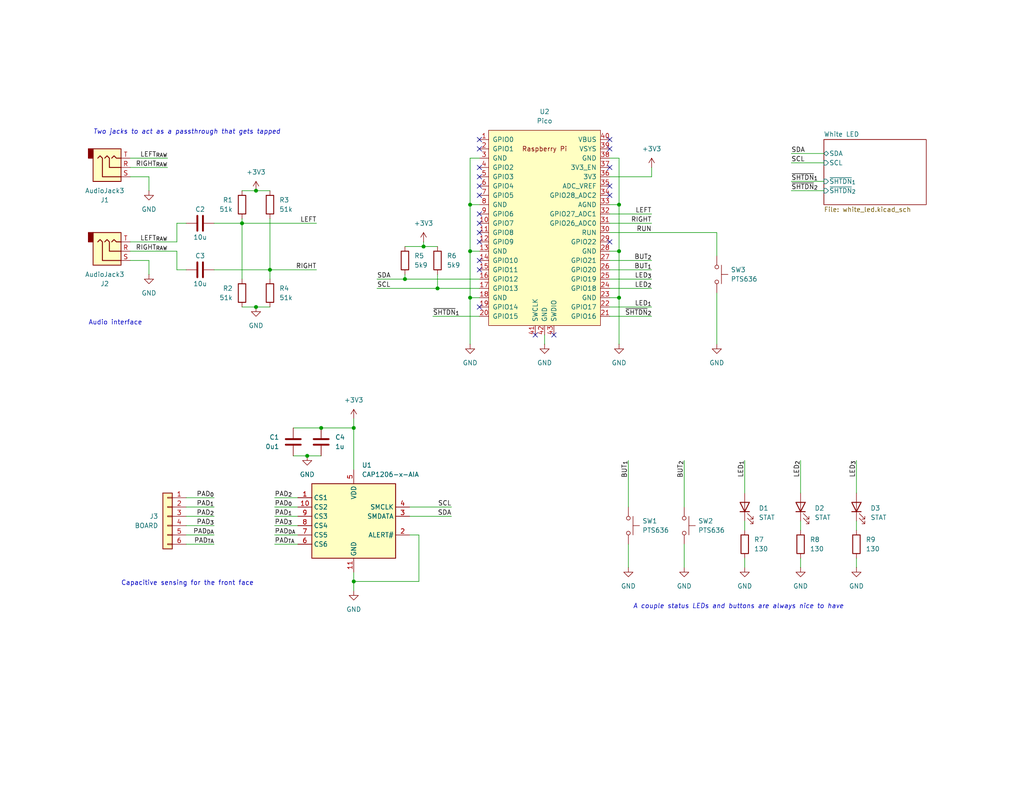
<source format=kicad_sch>
(kicad_sch (version 20231120) (generator "eeschema") (generator_version "8.0")
  (paper "USLetter")
  (title_block (title "DATA Loading") (date "2024-02-19") (rev "0.3") (company "Savo Bajic"))
  (lib_symbols
    (symbol "Connector_Audio:AudioJack3"
      (property "Reference" "J" (at 0 8.89 0))
      (property "Value" "AudioJack3" (at 0 6.35 0))
      (symbol "AudioJack3_0_1"
        (rectangle (start -5.08 -5.08) (end -6.35 -2.54) (stroke (width 0.254)) (fill (type outline)))
        (polyline (pts (xy 0 -2.54) (xy 0.635 -3.175) (xy 1.27 -2.54) (xy 2.54 -2.54)) (stroke (width 0.254)))
        (polyline (pts (xy -1.905 -2.54) (xy -1.27 -3.175) (xy -0.635 -2.54) (xy -0.635 0) (xy 2.54 0)) (stroke (width 0.254)))
        (polyline (pts (xy 2.54 2.54) (xy -2.54 2.54) (xy -2.54 -2.54) (xy -3.175 -3.175) (xy -3.81 -2.54)) (stroke (width 0.254)))
        (rectangle (start 2.54 3.81) (end -5.08 -5.08) (stroke (width 0.254)) (fill (type background)))
      )
      (symbol "AudioJack3_1_1"
        (pin passive line (at 5.08 0 180) (length 2.54) (name "~") (number "R"))
        (pin passive line (at 5.08 2.54 180) (length 2.54) (name "~") (number "S"))
        (pin passive line (at 5.08 -2.54 180) (length 2.54) (name "~") (number "T"))
      )
    )
    (symbol "Connector_Generic:Conn_01x06" (pin_names (offset 1.016) hide)
      (property "Reference" "J" (at 0 7.62 0))
      (property "Value" "Conn_01x06" (at 0 -10.16 0))
      (symbol "Conn_01x06_1_1"
        (rectangle (start -1.27 -7.493) (end 0 -7.747) (stroke (width 0.1524)))
        (rectangle (start -1.27 -4.953) (end 0 -5.207) (stroke (width 0.1524)))
        (rectangle (start -1.27 -2.413) (end 0 -2.667) (stroke (width 0.1524)))
        (rectangle (start -1.27 0.127) (end 0 -0.127) (stroke (width 0.1524)))
        (rectangle (start -1.27 2.667) (end 0 2.413) (stroke (width 0.1524)))
        (rectangle (start -1.27 5.207) (end 0 4.953) (stroke (width 0.1524)))
        (rectangle (start -1.27 6.35) (end 1.27 -8.89) (stroke (width 0.254)) (fill (type background)))
        (pin passive line (at -5.08 5.08 0) (length 3.81) (name "Pin_1") (number "1"))
        (pin passive line (at -5.08 2.54 0) (length 3.81) (name "Pin_2") (number "2"))
        (pin passive line (at -5.08 0 0) (length 3.81) (name "Pin_3") (number "3"))
        (pin passive line (at -5.08 -2.54 0) (length 3.81) (name "Pin_4") (number "4"))
        (pin passive line (at -5.08 -5.08 0) (length 3.81) (name "Pin_5") (number "5"))
        (pin passive line (at -5.08 -7.62 0) (length 3.81) (name "Pin_6") (number "6"))
      )
    )
    (symbol "Device:C" (pin_numbers hide) (pin_names (offset 0.254))
      (property "Reference" "C" (at 0.635 2.54 0))
      (property "Value" "C" (at 0.635 -2.54 0))
      (symbol "C_0_1"
        (polyline (pts (xy -2.032 -0.762) (xy 2.032 -0.762)) (stroke (width 0.508)))
        (polyline (pts (xy -2.032 0.762) (xy 2.032 0.762)) (stroke (width 0.508)))
      )
      (symbol "C_1_1"
        (pin passive line (at 0 3.81 270) (length 2.794) (name "~") (number "1"))
        (pin passive line (at 0 -3.81 90) (length 2.794) (name "~") (number "2"))
      )
    )
    (symbol "Device:LED" (pin_numbers hide) (pin_names (offset 1.016) hide)
      (property "Reference" "D" (at 0 2.54 0))
      (property "Value" "LED" (at 0 -2.54 0))
      (symbol "LED_0_1"
        (polyline (pts (xy -1.27 -1.27) (xy -1.27 1.27)) (stroke (width 0.254)))
        (polyline (pts (xy -1.27 0) (xy 1.27 0)))
        (polyline (pts (xy 1.27 -1.27) (xy 1.27 1.27) (xy -1.27 0) (xy 1.27 -1.27)) (stroke (width 0.254)))
        (polyline (pts (xy -3.048 -0.762) (xy -4.572 -2.286) (xy -3.81 -2.286) (xy -4.572 -2.286) (xy -4.572 -1.524)))
        (polyline (pts (xy -1.778 -0.762) (xy -3.302 -2.286) (xy -2.54 -2.286) (xy -3.302 -2.286) (xy -3.302 -1.524)))
      )
      (symbol "LED_1_1"
        (pin passive line (at -3.81 0 0) (length 2.54) (name "K") (number "1"))
        (pin passive line (at 3.81 0 180) (length 2.54) (name "A") (number "2"))
      )
    )
    (symbol "Device:R" (pin_numbers hide) (pin_names (offset 0))
      (property "Reference" "R" (at 2.032 0 90))
      (property "Value" "R" (at 0 0 90))
      (symbol "R_0_1"
        (rectangle (start -1.016 -2.54) (end 1.016 2.54) (stroke (width 0.254)))
      )
      (symbol "R_1_1"
        (pin passive line (at 0 3.81 270) (length 1.27) (name "~") (number "1"))
        (pin passive line (at 0 -3.81 90) (length 1.27) (name "~") (number "2"))
      )
    )
    (symbol "RPi_Pico:Pico" (pin_names (offset 1.016))
      (property "Reference" "U" (at -13.97 27.94 0))
      (property "Value" "Pico" (at 0 19.05 0))
      (symbol "Pico_0_0"
        (text "Raspberry Pi" (at 0 21.59 0) (effects (font (size 1.27 1.27))))
      )
      (symbol "Pico_0_1"
        (rectangle (start -15.24 26.67) (end 15.24 -26.67) (fill (type background)))
      )
      (symbol "Pico_1_1"
        (pin bidirectional line (at -17.78 24.13 0) (length 2.54) (name "GPIO0") (number "1"))
        (pin bidirectional line (at -17.78 1.27 0) (length 2.54) (name "GPIO7") (number "10"))
        (pin bidirectional line (at -17.78 -1.27 0) (length 2.54) (name "GPIO8") (number "11"))
        (pin bidirectional line (at -17.78 -3.81 0) (length 2.54) (name "GPIO9") (number "12"))
        (pin power_in line (at -17.78 -6.35 0) (length 2.54) (name "GND") (number "13"))
        (pin bidirectional line (at -17.78 -8.89 0) (length 2.54) (name "GPIO10") (number "14"))
        (pin bidirectional line (at -17.78 -11.43 0) (length 2.54) (name "GPIO11") (number "15"))
        (pin bidirectional line (at -17.78 -13.97 0) (length 2.54) (name "GPIO12") (number "16"))
        (pin bidirectional line (at -17.78 -16.51 0) (length 2.54) (name "GPIO13") (number "17"))
        (pin power_in line (at -17.78 -19.05 0) (length 2.54) (name "GND") (number "18"))
        (pin bidirectional line (at -17.78 -21.59 0) (length 2.54) (name "GPIO14") (number "19"))
        (pin bidirectional line (at -17.78 21.59 0) (length 2.54) (name "GPIO1") (number "2"))
        (pin bidirectional line (at -17.78 -24.13 0) (length 2.54) (name "GPIO15") (number "20"))
        (pin bidirectional line (at 17.78 -24.13 180) (length 2.54) (name "GPIO16") (number "21"))
        (pin bidirectional line (at 17.78 -21.59 180) (length 2.54) (name "GPIO17") (number "22"))
        (pin power_in line (at 17.78 -19.05 180) (length 2.54) (name "GND") (number "23"))
        (pin bidirectional line (at 17.78 -16.51 180) (length 2.54) (name "GPIO18") (number "24"))
        (pin bidirectional line (at 17.78 -13.97 180) (length 2.54) (name "GPIO19") (number "25"))
        (pin bidirectional line (at 17.78 -11.43 180) (length 2.54) (name "GPIO20") (number "26"))
        (pin bidirectional line (at 17.78 -8.89 180) (length 2.54) (name "GPIO21") (number "27"))
        (pin power_in line (at 17.78 -6.35 180) (length 2.54) (name "GND") (number "28"))
        (pin bidirectional line (at 17.78 -3.81 180) (length 2.54) (name "GPIO22") (number "29"))
        (pin power_in line (at -17.78 19.05 0) (length 2.54) (name "GND") (number "3"))
        (pin input line (at 17.78 -1.27 180) (length 2.54) (name "RUN") (number "30"))
        (pin bidirectional line (at 17.78 1.27 180) (length 2.54) (name "GPIO26_ADC0") (number "31"))
        (pin bidirectional line (at 17.78 3.81 180) (length 2.54) (name "GPIO27_ADC1") (number "32"))
        (pin power_in line (at 17.78 6.35 180) (length 2.54) (name "AGND") (number "33"))
        (pin bidirectional line (at 17.78 8.89 180) (length 2.54) (name "GPIO28_ADC2") (number "34"))
        (pin unspecified line (at 17.78 11.43 180) (length 2.54) (name "ADC_VREF") (number "35"))
        (pin unspecified line (at 17.78 13.97 180) (length 2.54) (name "3V3") (number "36"))
        (pin input line (at 17.78 16.51 180) (length 2.54) (name "3V3_EN") (number "37"))
        (pin bidirectional line (at 17.78 19.05 180) (length 2.54) (name "GND") (number "38"))
        (pin unspecified line (at 17.78 21.59 180) (length 2.54) (name "VSYS") (number "39"))
        (pin bidirectional line (at -17.78 16.51 0) (length 2.54) (name "GPIO2") (number "4"))
        (pin unspecified line (at 17.78 24.13 180) (length 2.54) (name "VBUS") (number "40"))
        (pin input line (at -2.54 -29.21 90) (length 2.54) (name "SWCLK") (number "41"))
        (pin power_in line (at 0 -29.21 90) (length 2.54) (name "GND") (number "42"))
        (pin bidirectional line (at 2.54 -29.21 90) (length 2.54) (name "SWDIO") (number "43"))
        (pin bidirectional line (at -17.78 13.97 0) (length 2.54) (name "GPIO3") (number "5"))
        (pin bidirectional line (at -17.78 11.43 0) (length 2.54) (name "GPIO4") (number "6"))
        (pin bidirectional line (at -17.78 8.89 0) (length 2.54) (name "GPIO5") (number "7"))
        (pin power_in line (at -17.78 6.35 0) (length 2.54) (name "GND") (number "8"))
        (pin bidirectional line (at -17.78 3.81 0) (length 2.54) (name "GPIO6") (number "9"))
      )
    )
    (symbol "Sensor_Touch:CAP1206-x-AIA"
      (property "Reference" "U" (at -10.16 12.7 0))
      (property "Value" "CAP1206-x-AIA" (at 8.89 12.7 0))
      (symbol "CAP1206-x-AIA_0_1"
        (rectangle (start -11.43 11.43) (end 11.43 -8.89) (stroke (width 0.254)) (fill (type background)))
      )
      (symbol "CAP1206-x-AIA_1_1"
        (pin passive line (at -15.24 7.62 0) (length 3.81) (name "CS1") (number "1"))
        (pin passive line (at -15.24 5.08 0) (length 3.81) (name "CS2") (number "10"))
        (pin power_in line (at 0 -12.7 90) (length 3.81) (name "GND") (number "11"))
        (pin open_collector line (at 15.24 -2.54 180) (length 3.81) (name "ALERT#") (number "2"))
        (pin bidirectional line (at 15.24 2.54 180) (length 3.81) (name "SMDATA") (number "3"))
        (pin input line (at 15.24 5.08 180) (length 3.81) (name "SMCLK") (number "4"))
        (pin power_in line (at 0 15.24 270) (length 3.81) (name "VDD") (number "5"))
        (pin passive line (at -15.24 -5.08 0) (length 3.81) (name "CS6") (number "6"))
        (pin passive line (at -15.24 -2.54 0) (length 3.81) (name "CS5") (number "7"))
        (pin passive line (at -15.24 0 0) (length 3.81) (name "CS4") (number "8"))
        (pin passive line (at -15.24 2.54 0) (length 3.81) (name "CS3") (number "9"))
      )
    )
    (symbol "Switch:SW_Push" (pin_numbers hide) (pin_names (offset 1.016) hide)
      (property "Reference" "SW" (at 1.27 2.54 0))
      (property "Value" "SW_Push" (at 0 -1.524 0))
      (symbol "SW_Push_0_1"
        (circle (center -2.032 0) (radius 0.508))
        (polyline (pts (xy 0 1.27) (xy 0 3.048)))
        (polyline (pts (xy 2.54 1.27) (xy -2.54 1.27)))
        (circle (center 2.032 0) (radius 0.508))
        (pin passive line (at -5.08 0 0) (length 2.54) (name "1") (number "1"))
        (pin passive line (at 5.08 0 180) (length 2.54) (name "2") (number "2"))
      )
    )
    (symbol "power:+3V3" (power) (pin_numbers hide) (pin_names (offset 0) hide)
      (property "Value" "+3V3" (at 0 3.556 0))
      (symbol "+3V3_0_1"
        (polyline (pts (xy -0.762 1.27) (xy 0 2.54)))
        (polyline (pts (xy 0 0) (xy 0 2.54)))
        (polyline (pts (xy 0 2.54) (xy 0.762 1.27)))
      )
      (symbol "+3V3_1_1"
        (pin power_in line (at 0 0 90) (length 0) (name "~") (number "1"))
      )
    )
    (symbol "power:GND" (power) (pin_numbers hide) (pin_names (offset 0) hide)
      (property "Value" "GND" (at 0 -3.81 0))
      (symbol "GND_0_1"
        (polyline (pts (xy 0 0) (xy 0 -1.27) (xy 1.27 -1.27) (xy 0 -2.54) (xy -1.27 -1.27) (xy 0 -1.27)))
      )
      (symbol "GND_1_1"
        (pin power_in line (at 0 0 270) (length 0) (name "~") (number "1"))
      )
    )
  )
  (junction (at 168.91 68.58))
  (junction (at 128.27 55.88))
  (junction (at 96.52 116.84))
  (junction (at 66.04 60.96))
  (junction (at 115.57 67.31))
  (junction (at 128.27 68.58))
  (junction (at 168.91 55.88))
  (junction (at 110.49 76.2))
  (junction (at 128.27 81.28))
  (junction (at 96.52 158.75))
  (junction (at 168.91 81.28))
  (junction (at 73.66 73.66))
  (junction (at 69.85 83.82))
  (junction (at 69.85 52.07))
  (junction (at 87.63 116.84))
  (junction (at 119.38 78.74))
  (junction (at 83.82 124.46))
  (no_connect (at 166.37 53.34))
  (no_connect (at 130.81 48.26))
  (no_connect (at 130.81 63.5))
  (no_connect (at 166.37 38.1))
  (no_connect (at 130.81 53.34))
  (no_connect (at 130.81 73.66))
  (no_connect (at 166.37 40.64))
  (no_connect (at 151.13 91.44))
  (no_connect (at 130.81 58.42))
  (no_connect (at 130.81 40.64))
  (no_connect (at 130.81 60.96))
  (no_connect (at 166.37 50.8))
  (no_connect (at 130.81 71.12))
  (no_connect (at 166.37 45.72))
  (no_connect (at 146.05 91.44))
  (no_connect (at 130.81 50.8))
  (no_connect (at 130.81 38.1))
  (no_connect (at 130.81 45.72))
  (no_connect (at 130.81 66.04))
  (no_connect (at 130.81 83.82))
  (no_connect (at 166.37 66.04))
  (wire (pts (xy 114.3 146.05) (xy 111.76 146.05)))
  (wire (pts (xy 203.2 152.4) (xy 203.2 154.94)))
  (wire (pts (xy 69.85 52.07) (xy 73.66 52.07)))
  (wire (pts (xy 35.56 71.12) (xy 40.64 71.12)))
  (wire (pts (xy 58.42 73.66) (xy 73.66 73.66)))
  (wire (pts (xy 40.64 52.07) (xy 40.64 48.26)))
  (wire (pts (xy 115.57 66.04) (xy 115.57 67.31)))
  (wire (pts (xy 233.68 142.24) (xy 233.68 144.78)))
  (wire (pts (xy 215.9 52.07) (xy 224.79 52.07)))
  (wire (pts (xy 168.91 68.58) (xy 168.91 81.28)))
  (wire (pts (xy 69.85 83.82) (xy 73.66 83.82)))
  (wire (pts (xy 58.42 60.96) (xy 66.04 60.96)))
  (wire (pts (xy 218.44 125.73) (xy 218.44 134.62)))
  (wire (pts (xy 73.66 73.66) (xy 86.36 73.66)))
  (wire (pts (xy 128.27 81.28) (xy 130.81 81.28)))
  (wire (pts (xy 218.44 142.24) (xy 218.44 144.78)))
  (wire (pts (xy 203.2 142.24) (xy 203.2 144.78)))
  (wire (pts (xy 48.26 73.66) (xy 50.8 73.66)))
  (wire (pts (xy 166.37 68.58) (xy 168.91 68.58)))
  (wire (pts (xy 48.26 60.96) (xy 48.26 66.04)))
  (wire (pts (xy 166.37 76.2) (xy 177.8 76.2)))
  (wire (pts (xy 215.9 49.53) (xy 224.79 49.53)))
  (wire (pts (xy 74.93 140.97) (xy 81.28 140.97)))
  (wire (pts (xy 73.66 73.66) (xy 73.66 76.2)))
  (wire (pts (xy 40.64 74.93) (xy 40.64 71.12)))
  (wire (pts (xy 114.3 158.75) (xy 114.3 146.05)))
  (wire (pts (xy 87.63 116.84) (xy 96.52 116.84)))
  (wire (pts (xy 128.27 55.88) (xy 130.81 55.88)))
  (wire (pts (xy 118.11 86.36) (xy 130.81 86.36)))
  (wire (pts (xy 177.8 45.72) (xy 177.8 48.26)))
  (wire (pts (xy 96.52 158.75) (xy 96.52 161.29)))
  (wire (pts (xy 110.49 74.93) (xy 110.49 76.2)))
  (wire (pts (xy 233.68 125.73) (xy 233.68 134.62)))
  (wire (pts (xy 80.01 124.46) (xy 83.82 124.46)))
  (wire (pts (xy 111.76 140.97) (xy 123.19 140.97)))
  (wire (pts (xy 166.37 78.74) (xy 177.8 78.74)))
  (wire (pts (xy 66.04 60.96) (xy 66.04 59.69)))
  (wire (pts (xy 35.56 48.26) (xy 40.64 48.26)))
  (wire (pts (xy 50.8 143.51) (xy 58.42 143.51)))
  (wire (pts (xy 166.37 55.88) (xy 168.91 55.88)))
  (wire (pts (xy 166.37 86.36) (xy 177.8 86.36)))
  (wire (pts (xy 195.58 93.98) (xy 195.58 80.01)))
  (wire (pts (xy 171.45 148.59) (xy 171.45 154.94)))
  (wire (pts (xy 96.52 114.3) (xy 96.52 116.84)))
  (wire (pts (xy 186.69 148.59) (xy 186.69 154.94)))
  (wire (pts (xy 115.57 67.31) (xy 119.38 67.31)))
  (wire (pts (xy 128.27 55.88) (xy 128.27 43.18)))
  (wire (pts (xy 74.93 135.89) (xy 81.28 135.89)))
  (wire (pts (xy 166.37 63.5) (xy 195.58 63.5)))
  (wire (pts (xy 83.82 124.46) (xy 87.63 124.46)))
  (wire (pts (xy 96.52 116.84) (xy 96.52 128.27)))
  (wire (pts (xy 69.85 52.07) (xy 66.04 52.07)))
  (wire (pts (xy 66.04 60.96) (xy 66.04 76.2)))
  (wire (pts (xy 218.44 152.4) (xy 218.44 154.94)))
  (wire (pts (xy 69.85 83.82) (xy 66.04 83.82)))
  (wire (pts (xy 50.8 146.05) (xy 58.42 146.05)))
  (wire (pts (xy 148.59 91.44) (xy 148.59 93.98)))
  (wire (pts (xy 74.93 143.51) (xy 81.28 143.51)))
  (wire (pts (xy 80.01 116.84) (xy 87.63 116.84)))
  (wire (pts (xy 166.37 71.12) (xy 177.8 71.12)))
  (wire (pts (xy 50.8 60.96) (xy 48.26 60.96)))
  (wire (pts (xy 110.49 67.31) (xy 115.57 67.31)))
  (wire (pts (xy 50.8 148.59) (xy 58.42 148.59)))
  (wire (pts (xy 168.91 43.18) (xy 168.91 55.88)))
  (wire (pts (xy 119.38 74.93) (xy 119.38 78.74)))
  (wire (pts (xy 35.56 66.04) (xy 48.26 66.04)))
  (wire (pts (xy 35.56 68.58) (xy 48.26 68.58)))
  (wire (pts (xy 195.58 63.5) (xy 195.58 69.85)))
  (wire (pts (xy 166.37 81.28) (xy 168.91 81.28)))
  (wire (pts (xy 186.69 125.73) (xy 186.69 138.43)))
  (wire (pts (xy 177.8 48.26) (xy 166.37 48.26)))
  (wire (pts (xy 171.45 125.73) (xy 171.45 138.43)))
  (wire (pts (xy 128.27 68.58) (xy 130.81 68.58)))
  (wire (pts (xy 168.91 55.88) (xy 168.91 68.58)))
  (wire (pts (xy 96.52 158.75) (xy 96.52 156.21)))
  (wire (pts (xy 119.38 78.74) (xy 130.81 78.74)))
  (wire (pts (xy 74.93 146.05) (xy 81.28 146.05)))
  (wire (pts (xy 74.93 138.43) (xy 81.28 138.43)))
  (wire (pts (xy 166.37 83.82) (xy 177.8 83.82)))
  (wire (pts (xy 50.8 138.43) (xy 58.42 138.43)))
  (wire (pts (xy 73.66 73.66) (xy 73.66 59.69)))
  (wire (pts (xy 74.93 148.59) (xy 81.28 148.59)))
  (wire (pts (xy 203.2 125.73) (xy 203.2 134.62)))
  (wire (pts (xy 215.9 41.91) (xy 224.79 41.91)))
  (wire (pts (xy 102.87 76.2) (xy 110.49 76.2)))
  (wire (pts (xy 233.68 152.4) (xy 233.68 154.94)))
  (wire (pts (xy 168.91 81.28) (xy 168.91 93.98)))
  (wire (pts (xy 50.8 140.97) (xy 58.42 140.97)))
  (wire (pts (xy 166.37 60.96) (xy 177.8 60.96)))
  (wire (pts (xy 35.56 43.18) (xy 45.72 43.18)))
  (wire (pts (xy 128.27 81.28) (xy 128.27 68.58)))
  (wire (pts (xy 102.87 78.74) (xy 119.38 78.74)))
  (wire (pts (xy 166.37 58.42) (xy 177.8 58.42)))
  (wire (pts (xy 128.27 68.58) (xy 128.27 55.88)))
  (wire (pts (xy 50.8 135.89) (xy 58.42 135.89)))
  (wire (pts (xy 66.04 60.96) (xy 86.36 60.96)))
  (wire (pts (xy 111.76 138.43) (xy 123.19 138.43)))
  (wire (pts (xy 128.27 43.18) (xy 130.81 43.18)))
  (wire (pts (xy 128.27 93.98) (xy 128.27 81.28)))
  (wire (pts (xy 96.52 158.75) (xy 114.3 158.75)))
  (wire (pts (xy 110.49 76.2) (xy 130.81 76.2)))
  (wire (pts (xy 48.26 68.58) (xy 48.26 73.66)))
  (wire (pts (xy 35.56 45.72) (xy 45.72 45.72)))
  (wire (pts (xy 166.37 73.66) (xy 177.8 73.66)))
  (wire (pts (xy 215.9 44.45) (xy 224.79 44.45)))
  (wire (pts (xy 166.37 43.18) (xy 168.91 43.18)))
  (text "A couple status LEDs and buttons are always nice to have" (at 172.72 166.37 0) (effects (font (size 1.27 1.27) (italic yes)) (justify left bottom)))
  (text "Two jacks to act as a passthrough that gets tapped" (at 25.4 36.83 0) (effects (font (size 1.27 1.27) (italic yes)) (justify left bottom)))
  (text "Audio interface" (at 24.13 88.9 0) (effects (font (size 1.27 1.27)) (justify left bottom)))
  (text "Capacitive sensing for the front face" (at 33.02 160.02 0) (effects (font (size 1.27 1.27)) (justify left bottom)))
  (label "PAD_{0}" (at 74.93 138.43 0))
  (label "LEFT_{RAW}" (at 45.72 43.18 180))
  (label "PAD_{0}" (at 58.42 135.89 180))
  (label "LED_{3}" (at 233.68 125.73 270))
  (label "SDA" (at 215.9 41.91 0))
  (label "PAD_{1}" (at 58.42 138.43 180))
  (label "PAD_{TA}" (at 74.93 148.59 0))
  (label "LEFT" (at 86.36 60.96 180))
  (label "BUT_{2}" (at 186.69 125.73 270))
  (label "PAD_{3}" (at 74.93 143.51 0))
  (label "RIGHT" (at 177.8 60.96 180))
  (label "LED_{1}" (at 177.8 83.82 180))
  (label "RIGHT_{RAW}" (at 45.72 68.58 180))
  (label "~{SHTDN}_{2}" (at 177.8 86.36 180))
  (label "LEFT" (at 177.8 58.42 180))
  (label "SCL" (at 102.87 78.74 0))
  (label "~{SHTDN}_{1}" (at 118.11 86.36 0))
  (label "LED_{2}" (at 218.44 125.73 270))
  (label "RIGHT_{RAW}" (at 45.72 45.72 180))
  (label "LED_{2}" (at 177.8 78.74 180))
  (label "PAD_{3}" (at 58.42 143.51 180))
  (label "~{SHTDN}_{1}" (at 215.9 49.53 0))
  (label "SCL" (at 215.9 44.45 0))
  (label "~{SHTDN}_{2}" (at 215.9 52.07 0))
  (label "SDA" (at 102.87 76.2 0))
  (label "BUT_{1}" (at 177.8 73.66 180))
  (label "RUN" (at 177.8 63.5 180))
  (label "BUT_{1}" (at 171.45 125.73 270))
  (label "PAD_{TA}" (at 58.42 148.59 180))
  (label "PAD_{2}" (at 74.93 135.89 0))
  (label "RIGHT" (at 86.36 73.66 180))
  (label "SDA" (at 123.19 140.97 180))
  (label "LEFT_{RAW}" (at 45.72 66.04 180))
  (label "SCL" (at 123.19 138.43 180))
  (label "PAD_{DA}" (at 74.93 146.05 0))
  (label "LED_{1}" (at 203.2 125.73 270))
  (label "PAD_{1}" (at 74.93 140.97 0))
  (label "LED_{3}" (at 177.8 76.2 180))
  (label "PAD_{DA}" (at 58.42 146.05 180))
  (label "BUT_{2}" (at 177.8 71.12 180))
  (label "PAD_{2}" (at 58.42 140.97 180))
  (symbol (lib_id "power:GND") (at 40.64 74.93 0) (unit 1)
    (property "Reference" "#PWR02" (effects (hide yes)))
    (property "Value" "GND" (at 40.64 80.01 0))
    (property "Description" "Power symbol creates a global label with name \"GND\" , ground" (effects (hide yes)))
  )
  (symbol (lib_id "Device:C") (at 87.63 120.65 180) (unit 1)
    (property "Reference" "C4" (at 91.44 119.38 0) (effects (justify right)))
    (property "Value" "1u" (at 91.44 121.92 0) (effects (justify right)))
    (property "Footprint" "Capacitor_SMD:C_0603_1608Metric" (effects (hide yes)))
    (property "Description" "Unpolarized capacitor" (effects (hide yes)))
  )
  (symbol (lib_id "Device:C") (at 54.61 73.66 270) (unit 1)
    (property "Reference" "C3" (at 54.61 69.85 90))
    (property "Value" "10u" (at 54.61 77.47 90))
    (property "Footprint" "Capacitor_SMD:C_0805_2012Metric" (effects (hide yes)))
    (property "Description" "Unpolarized capacitor" (effects (hide yes)))
  )
  (symbol (lib_id "power:GND") (at 83.82 124.46 0) (mirror y) (unit 1)
    (property "Reference" "#PWR03" (effects (hide yes)))
    (property "Value" "GND" (at 83.82 129.54 0))
    (property "Description" "Power symbol creates a global label with name \"GND\" , ground" (effects (hide yes)))
  )
  (symbol (lib_id "power:GND") (at 40.64 52.07 0) (unit 1)
    (property "Reference" "#PWR01" (effects (hide yes)))
    (property "Value" "GND" (at 40.64 57.15 0))
    (property "Description" "Power symbol creates a global label with name \"GND\" , ground" (effects (hide yes)))
  )
  (symbol (lib_id "Switch:SW_Push") (at 171.45 143.51 270) (unit 1) (exclude_from_sim yes)
    (property "Reference" "SW1" (at 175.26 142.24 90) (effects (justify left)))
    (property "Value" "PTS636" (at 175.26 144.78 90) (effects (justify left)))
    (property "Footprint" "Button_Switch_SMD:SW_SPST_CK_RS282G05A3" (effects (hide yes)))
    (property "Description" "Push button switch, generic, two pins" (effects (hide yes)))
  )
  (symbol (lib_id "power:GND") (at 233.68 154.94 0) (unit 1)
    (property "Reference" "#PWR018" (effects (hide yes)))
    (property "Value" "GND" (at 233.68 160.02 0))
    (property "Description" "Power symbol creates a global label with name \"GND\" , ground" (effects (hide yes)))
  )
  (symbol (lib_id "Device:LED") (at 233.68 138.43 90) (unit 1) (exclude_from_sim yes)
    (property "Reference" "D3" (at 237.49 138.7475 90) (effects (justify right)))
    (property "Value" "STAT" (at 237.49 141.2875 90) (effects (justify right)))
    (property "Footprint" "LED_SMD:LED_0805_2012Metric" (effects (hide yes)))
    (property "Description" "Light emitting diode" (effects (hide yes)))
  )
  (symbol (lib_id "power:GND") (at 148.59 93.98 0) (unit 1)
    (property "Reference" "#PWR010" (effects (hide yes)))
    (property "Value" "GND" (at 148.59 99.06 0))
    (property "Description" "Power symbol creates a global label with name \"GND\" , ground" (effects (hide yes)))
  )
  (symbol (lib_id "power:GND") (at 171.45 154.94 0) (unit 1)
    (property "Reference" "#PWR012" (effects (hide yes)))
    (property "Value" "GND" (at 171.45 160.02 0))
    (property "Description" "Power symbol creates a global label with name \"GND\" , ground" (effects (hide yes)))
  )
  (symbol (lib_id "power:GND") (at 195.58 93.98 0) (unit 1)
    (property "Reference" "#PWR015" (effects (hide yes)))
    (property "Value" "GND" (at 195.58 99.06 0))
    (property "Description" "Power symbol creates a global label with name \"GND\" , ground" (effects (hide yes)))
  )
  (symbol (lib_id "Connector_Audio:AudioJack3") (at 30.48 45.72 0) (mirror x) (unit 1) (exclude_from_sim yes)
    (property "Reference" "J1" (at 28.575 54.61 0))
    (property "Value" "AudioJack3" (at 28.575 52.07 0))
    (property "Footprint" "Connector_Audio:Jack_3.5mm_CUI_SJ-3523-SMT_Horizontal" (effects (hide yes)))
    (property "Description" "Audio Jack, 3 Poles (Stereo / TRS)" (effects (hide yes)))
  )
  (symbol (lib_id "Device:C") (at 80.01 120.65 0) (unit 1)
    (property "Reference" "C1" (at 76.2 119.38 0) (effects (justify right)))
    (property "Value" "0u1" (at 76.2 121.92 0) (effects (justify right)))
    (property "Footprint" "Capacitor_SMD:C_0603_1608Metric" (effects (hide yes)))
    (property "Description" "Unpolarized capacitor" (effects (hide yes)))
  )
  (symbol (lib_id "power:GND") (at 218.44 154.94 0) (unit 1)
    (property "Reference" "#PWR017" (effects (hide yes)))
    (property "Value" "GND" (at 218.44 160.02 0))
    (property "Description" "Power symbol creates a global label with name \"GND\" , ground" (effects (hide yes)))
  )
  (symbol (lib_id "Device:R") (at 73.66 80.01 0) (unit 1)
    (property "Reference" "R4" (at 76.2 78.74 0) (effects (justify left)))
    (property "Value" "51k" (at 76.2 81.28 0) (effects (justify left)))
    (property "Footprint" "Resistor_SMD:R_0603_1608Metric" (effects (hide yes)))
    (property "Description" "Resistor" (effects (hide yes)))
  )
  (symbol (lib_id "power:+3V3") (at 115.57 66.04 0) (mirror y) (unit 1)
    (property "Reference" "#PWR08" (effects (hide yes)))
    (property "Value" "+3V3" (at 115.57 60.96 0))
    (property "Description" "Power symbol creates a global label with name \"+3V3\"" (effects (hide yes)))
  )
  (symbol (lib_id "Device:R") (at 119.38 71.12 0) (unit 1)
    (property "Reference" "R6" (at 121.92 69.85 0) (effects (justify left)))
    (property "Value" "5k9" (at 121.92 72.39 0) (effects (justify left)))
    (property "Footprint" "Resistor_SMD:R_0603_1608Metric" (effects (hide yes)))
    (property "Description" "Resistor" (effects (hide yes)))
  )
  (symbol (lib_id "power:GND") (at 128.27 93.98 0) (unit 1)
    (property "Reference" "#PWR09" (effects (hide yes)))
    (property "Value" "GND" (at 128.27 99.06 0))
    (property "Description" "Power symbol creates a global label with name \"GND\" , ground" (effects (hide yes)))
  )
  (symbol (lib_id "Switch:SW_Push") (at 186.69 143.51 270) (unit 1) (exclude_from_sim yes)
    (property "Reference" "SW2" (at 190.5 142.24 90) (effects (justify left)))
    (property "Value" "PTS636" (at 190.5 144.78 90) (effects (justify left)))
    (property "Footprint" "Button_Switch_SMD:SW_SPST_CK_RS282G05A3" (effects (hide yes)))
    (property "Description" "Push button switch, generic, two pins" (effects (hide yes)))
  )
  (symbol (lib_id "Connector_Audio:AudioJack3") (at 30.48 68.58 0) (mirror x) (unit 1) (exclude_from_sim yes)
    (property "Reference" "J2" (at 28.575 77.47 0))
    (property "Value" "AudioJack3" (at 28.575 74.93 0))
    (property "Footprint" "Connector_Audio:Jack_3.5mm_CUI_SJ-3523-SMT_Horizontal" (effects (hide yes)))
    (property "Description" "Audio Jack, 3 Poles (Stereo / TRS)" (effects (hide yes)))
  )
  (symbol (lib_id "power:GND") (at 203.2 154.94 0) (unit 1)
    (property "Reference" "#PWR016" (effects (hide yes)))
    (property "Value" "GND" (at 203.2 160.02 0))
    (property "Description" "Power symbol creates a global label with name \"GND\" , ground" (effects (hide yes)))
  )
  (symbol (lib_id "Device:R") (at 66.04 55.88 0) (mirror y) (unit 1)
    (property "Reference" "R1" (at 63.5 54.61 0) (effects (justify left)))
    (property "Value" "51k" (at 63.5 57.15 0) (effects (justify left)))
    (property "Footprint" "Resistor_SMD:R_0603_1608Metric" (effects (hide yes)))
    (property "Description" "Resistor" (effects (hide yes)))
  )
  (symbol (lib_id "power:GND") (at 168.91 93.98 0) (unit 1)
    (property "Reference" "#PWR011" (effects (hide yes)))
    (property "Value" "GND" (at 168.91 99.06 0))
    (property "Description" "Power symbol creates a global label with name \"GND\" , ground" (effects (hide yes)))
  )
  (symbol (lib_id "Device:C") (at 54.61 60.96 270) (unit 1)
    (property "Reference" "C2" (at 54.61 57.15 90))
    (property "Value" "10u" (at 54.61 64.77 90))
    (property "Footprint" "Capacitor_SMD:C_0805_2012Metric" (effects (hide yes)))
    (property "Description" "Unpolarized capacitor" (effects (hide yes)))
  )
  (symbol (lib_id "Device:R") (at 66.04 80.01 0) (mirror y) (unit 1)
    (property "Reference" "R2" (at 63.5 78.74 0) (effects (justify left)))
    (property "Value" "51k" (at 63.5 81.28 0) (effects (justify left)))
    (property "Footprint" "Resistor_SMD:R_0603_1608Metric" (effects (hide yes)))
    (property "Description" "Resistor" (effects (hide yes)))
  )
  (symbol (lib_id "Device:R") (at 218.44 148.59 0) (unit 1)
    (property "Reference" "R8" (at 220.98 147.32 0) (effects (justify left)))
    (property "Value" "130" (at 220.98 149.86 0) (effects (justify left)))
    (property "Footprint" "Resistor_SMD:R_0603_1608Metric" (effects (hide yes)))
    (property "Description" "Resistor" (effects (hide yes)))
  )
  (symbol (lib_id "power:+3V3") (at 96.52 114.3 0) (mirror y) (unit 1)
    (property "Reference" "#PWR06" (effects (hide yes)))
    (property "Value" "+3V3" (at 96.52 109.22 0))
    (property "Description" "Power symbol creates a global label with name \"+3V3\"" (effects (hide yes)))
  )
  (symbol (lib_id "power:+3V3") (at 177.8 45.72 0) (unit 1)
    (property "Reference" "#PWR013" (effects (hide yes)))
    (property "Value" "+3V3" (at 177.8 40.64 0))
    (property "Description" "Power symbol creates a global label with name \"+3V3\"" (effects (hide yes)))
  )
  (symbol (lib_id "Device:R") (at 233.68 148.59 0) (unit 1)
    (property "Reference" "R9" (at 236.22 147.32 0) (effects (justify left)))
    (property "Value" "130" (at 236.22 149.86 0) (effects (justify left)))
    (property "Footprint" "Resistor_SMD:R_0603_1608Metric" (effects (hide yes)))
    (property "Description" "Resistor" (effects (hide yes)))
  )
  (symbol (lib_id "RPi_Pico:Pico") (at 148.59 62.23 0) (unit 1) (exclude_from_sim yes)
    (property "Reference" "U2" (at 148.59 30.48 0))
    (property "Value" "Pico" (at 148.59 33.02 0))
    (property "Footprint" "RPi_Pico:RPi_Pico_SMD" (effects (hide yes)))
  )
  (symbol (lib_id "power:GND") (at 69.85 83.82 0) (mirror y) (unit 1)
    (property "Reference" "#PWR05" (effects (hide yes)))
    (property "Value" "GND" (at 69.85 88.9 0))
    (property "Description" "Power symbol creates a global label with name \"GND\" , ground" (effects (hide yes)))
  )
  (symbol (lib_id "Device:R") (at 110.49 71.12 0) (unit 1)
    (property "Reference" "R5" (at 113.03 69.85 0) (effects (justify left)))
    (property "Value" "5k9" (at 113.03 72.39 0) (effects (justify left)))
    (property "Footprint" "Resistor_SMD:R_0603_1608Metric" (effects (hide yes)))
    (property "Description" "Resistor" (effects (hide yes)))
  )
  (symbol (lib_id "power:+3V3") (at 69.85 52.07 0) (mirror y) (unit 1)
    (property "Reference" "#PWR04" (effects (hide yes)))
    (property "Value" "+3V3" (at 69.85 46.99 0))
    (property "Description" "Power symbol creates a global label with name \"+3V3\"" (effects (hide yes)))
  )
  (symbol (lib_id "Device:R") (at 73.66 55.88 0) (unit 1)
    (property "Reference" "R3" (at 76.2 54.61 0) (effects (justify left)))
    (property "Value" "51k" (at 76.2 57.15 0) (effects (justify left)))
    (property "Footprint" "Resistor_SMD:R_0603_1608Metric" (effects (hide yes)))
    (property "Description" "Resistor" (effects (hide yes)))
  )
  (symbol (lib_id "Connector_Generic:Conn_01x06") (at 45.72 140.97 0) (mirror y) (unit 1) (exclude_from_sim yes) (in_bom no)
    (property "Reference" "J3" (at 43.18 140.97 0) (effects (justify left)))
    (property "Value" "BOARD" (at 43.18 143.51 0) (effects (justify left)))
    (property "Footprint" "logo:fill" (effects (hide yes)))
    (property "Description" "Generic connector, single row, 01x06, script generated (kicad-library-utils/schlib/autogen/connector/)" (effects (hide yes)))
  )
  (symbol (lib_id "Device:LED") (at 218.44 138.43 90) (unit 1) (exclude_from_sim yes)
    (property "Reference" "D2" (at 222.25 138.7475 90) (effects (justify right)))
    (property "Value" "STAT" (at 222.25 141.2875 90) (effects (justify right)))
    (property "Footprint" "LED_SMD:LED_0805_2012Metric" (effects (hide yes)))
    (property "Description" "Light emitting diode" (effects (hide yes)))
  )
  (symbol (lib_id "Device:R") (at 203.2 148.59 0) (unit 1)
    (property "Reference" "R7" (at 205.74 147.32 0) (effects (justify left)))
    (property "Value" "130" (at 205.74 149.86 0) (effects (justify left)))
    (property "Footprint" "Resistor_SMD:R_0603_1608Metric" (effects (hide yes)))
    (property "Description" "Resistor" (effects (hide yes)))
  )
  (symbol (lib_id "power:GND") (at 96.52 161.29 0) (mirror y) (unit 1)
    (property "Reference" "#PWR07" (effects (hide yes)))
    (property "Value" "GND" (at 96.52 166.37 0))
    (property "Description" "Power symbol creates a global label with name \"GND\" , ground" (effects (hide yes)))
  )
  (symbol (lib_id "Sensor_Touch:CAP1206-x-AIA") (at 96.52 143.51 0) (unit 1) (exclude_from_sim yes)
    (property "Reference" "U1" (at 98.7141 127 0) (effects (justify left)))
    (property "Value" "CAP1206-x-AIA" (at 98.7141 129.54 0) (effects (justify left)))
    (property "Footprint" "Package_DFN_QFN:DFN-10-1EP_3x3mm_P0.5mm_EP1.55x2.48mm" (effects (hide yes)))
    (property "Datasheet" "http://ww1.microchip.com/downloads/en/DeviceDoc/00001567B.pdf" (effects (hide yes)))
    (property "Description" "6-Channel Capacitive Touch Sensor, DFN-10" (effects (hide yes)))
  )
  (symbol (lib_id "Device:LED") (at 203.2 138.43 90) (unit 1) (exclude_from_sim yes)
    (property "Reference" "D1" (at 207.01 138.7475 90) (effects (justify right)))
    (property "Value" "STAT" (at 207.01 141.2875 90) (effects (justify right)))
    (property "Footprint" "LED_SMD:LED_0805_2012Metric" (effects (hide yes)))
    (property "Description" "Light emitting diode" (effects (hide yes)))
  )
  (symbol (lib_id "Switch:SW_Push") (at 195.58 74.93 270) (unit 1) (exclude_from_sim yes)
    (property "Reference" "SW3" (at 199.39 73.66 90) (effects (justify left)))
    (property "Value" "PTS636" (at 199.39 76.2 90) (effects (justify left)))
    (property "Footprint" "Button_Switch_SMD:SW_SPST_CK_RS282G05A3" (effects (hide yes)))
    (property "Description" "Push button switch, generic, two pins" (effects (hide yes)))
  )
  (symbol (lib_id "power:GND") (at 186.69 154.94 0) (unit 1)
    (property "Reference" "#PWR014" (effects (hide yes)))
    (property "Value" "GND" (at 186.69 160.02 0))
    (property "Description" "Power symbol creates a global label with name \"GND\" , ground" (effects (hide yes)))
  )
  (sheet (at 224.79 38.1) (size 27.94 17.78) (stroke (width 0.1524))
    (property "Sheetname" "White LED" (at 224.79 37.3884 0) (effects (justify left bottom)))
    (property "Sheetfile" "white_led.kicad_sch" (at 224.79 56.4646 0) (effects (justify left top)))
    (pin "SDA" bidirectional (at 224.79 41.91 180))
    (pin "SCL" input (at 224.79 44.45 180))
    (pin "~{SHTDN}_{2}" input (at 224.79 52.07 180))
    (pin "~{SHTDN}_{1}" input (at 224.79 49.53 180))
  )
)
</source>
